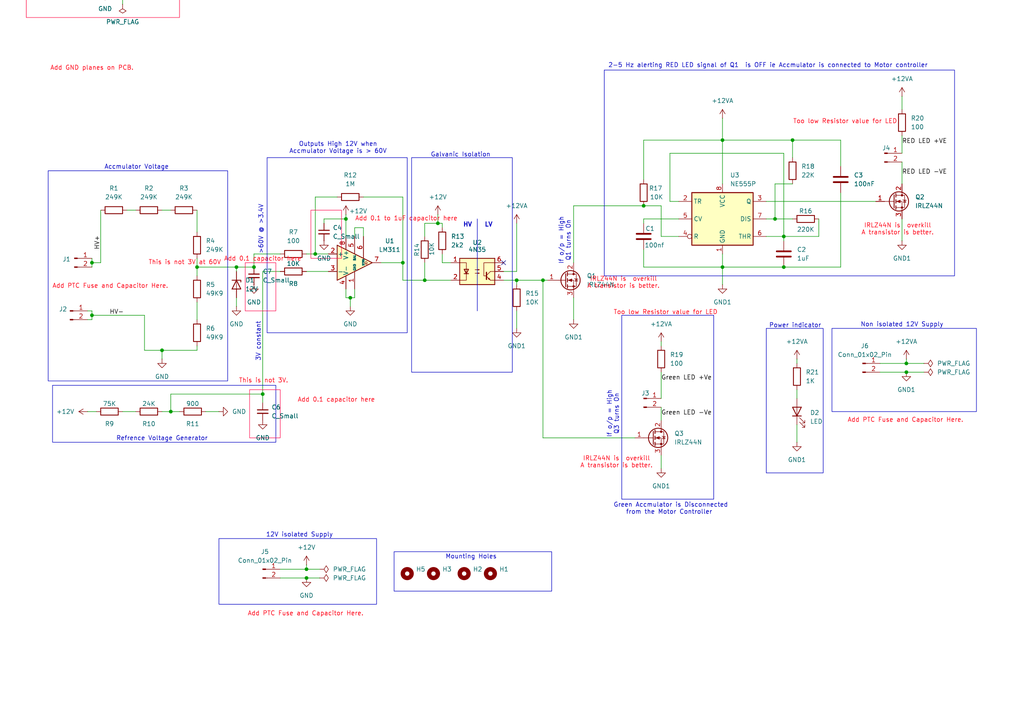
<source format=kicad_sch>
(kicad_sch (version 20231120) (generator "eeschema") (generator_version "8.0")
  (paper "A4")
  (lib_symbols
    (symbol "Comparator:LM311" (pin_names (offset 0.127))
      (property "Reference" "U" (at 3.81 6.35 0))
      (property "Value" "LM311" (at 3.81 3.81 0))
      (symbol "LM311_0_1"
        (polyline (pts (xy 5.08 0) (xy -5.08 5.08) (xy -5.08 -5.08) (xy 5.08 0)) (stroke (width 0.254)) (fill (type background)))
        (polyline (pts (xy 3.683 -0.381) (xy 3.302 -0.381) (xy 3.683 0) (xy 3.302 0.381) (xy 2.921 0) (xy 3.302 -0.381) (xy 2.921 -0.381)) (stroke (width 0.127)))
      )
      (symbol "LM311_1_1"
        (pin passive line (at 0 -7.62 90) (length 5.08) (name "GND") (number "1"))
        (pin input line (at -7.62 2.54 0) (length 2.54) (name "+") (number "2"))
        (pin input line (at -7.62 -2.54 0) (length 2.54) (name "-") (number "3"))
        (pin power_in line (at -2.54 -7.62 90) (length 3.81) (name "V-") (number "4"))
        (pin input line (at 0 7.62 270) (length 5.08) (name "BAL") (number "5"))
        (pin input line (at 2.54 7.62 270) (length 6.35) (name "STRB") (number "6"))
        (pin open_collector line (at 7.62 0 180) (length 2.54) (name "~") (number "7"))
        (pin power_in line (at -2.54 7.62 270) (length 3.81) (name "V+") (number "8"))
      )
    )
    (symbol "Connector:Conn_01x02_Pin" (pin_names (offset 1.016) hide)
      (property "Reference" "J" (at 0 2.54 0))
      (property "Value" "Conn_01x02_Pin" (at 0 -5.08 0))
      (symbol "Conn_01x02_Pin_1_1"
        (polyline (pts (xy 1.27 -2.54) (xy 0.8636 -2.54)) (stroke (width 0.1524)))
        (polyline (pts (xy 1.27 0) (xy 0.8636 0)) (stroke (width 0.1524)))
        (rectangle (start 0.8636 -2.413) (end 0 -2.667) (stroke (width 0.1524)) (fill (type outline)))
        (rectangle (start 0.8636 0.127) (end 0 -0.127) (stroke (width 0.1524)) (fill (type outline)))
        (pin passive line (at 5.08 0 180) (length 3.81) (name "Pin_1") (number "1"))
        (pin passive line (at 5.08 -2.54 180) (length 3.81) (name "Pin_2") (number "2"))
      )
    )
    (symbol "Device:C" (pin_numbers hide) (pin_names (offset 0.254))
      (property "Reference" "C" (at 0.635 2.54 0))
      (property "Value" "C" (at 0.635 -2.54 0))
      (symbol "C_0_1"
        (polyline (pts (xy -2.032 -0.762) (xy 2.032 -0.762)) (stroke (width 0.508)))
        (polyline (pts (xy -2.032 0.762) (xy 2.032 0.762)) (stroke (width 0.508)))
      )
      (symbol "C_1_1"
        (pin passive line (at 0 3.81 270) (length 2.794) (name "~") (number "1"))
        (pin passive line (at 0 -3.81 90) (length 2.794) (name "~") (number "2"))
      )
    )
    (symbol "Device:C_Small" (pin_numbers hide) (pin_names (offset 0.254) hide)
      (property "Reference" "C" (at 0.254 1.778 0))
      (property "Value" "C_Small" (at 0.254 -2.032 0))
      (symbol "C_Small_0_1"
        (polyline (pts (xy -1.524 -0.508) (xy 1.524 -0.508)) (stroke (width 0.3302)))
        (polyline (pts (xy -1.524 0.508) (xy 1.524 0.508)) (stroke (width 0.3048)))
      )
      (symbol "C_Small_1_1"
        (pin passive line (at 0 2.54 270) (length 2.032) (name "~") (number "1"))
        (pin passive line (at 0 -2.54 90) (length 2.032) (name "~") (number "2"))
      )
    )
    (symbol "Device:D_Zener" (pin_numbers hide) (pin_names (offset 1.016) hide)
      (property "Reference" "D" (at 0 2.54 0))
      (property "Value" "D_Zener" (at 0 -2.54 0))
      (symbol "D_Zener_0_1"
        (polyline (pts (xy 1.27 0) (xy -1.27 0)))
        (polyline (pts (xy -1.27 -1.27) (xy -1.27 1.27) (xy -0.762 1.27)) (stroke (width 0.254)))
        (polyline (pts (xy 1.27 -1.27) (xy 1.27 1.27) (xy -1.27 0) (xy 1.27 -1.27)) (stroke (width 0.254)))
      )
      (symbol "D_Zener_1_1"
        (pin passive line (at -3.81 0 0) (length 2.54) (name "K") (number "1"))
        (pin passive line (at 3.81 0 180) (length 2.54) (name "A") (number "2"))
      )
    )
    (symbol "Device:LED" (pin_numbers hide) (pin_names (offset 1.016) hide)
      (property "Reference" "D" (at 0 2.54 0))
      (property "Value" "LED" (at 0 -2.54 0))
      (symbol "LED_0_1"
        (polyline (pts (xy -1.27 -1.27) (xy -1.27 1.27)) (stroke (width 0.254)))
        (polyline (pts (xy -1.27 0) (xy 1.27 0)))
        (polyline (pts (xy 1.27 -1.27) (xy 1.27 1.27) (xy -1.27 0) (xy 1.27 -1.27)) (stroke (width 0.254)))
        (polyline (pts (xy -3.048 -0.762) (xy -4.572 -2.286) (xy -3.81 -2.286) (xy -4.572 -2.286) (xy -4.572 -1.524)))
        (polyline (pts (xy -1.778 -0.762) (xy -3.302 -2.286) (xy -2.54 -2.286) (xy -3.302 -2.286) (xy -3.302 -1.524)))
      )
      (symbol "LED_1_1"
        (pin passive line (at -3.81 0 0) (length 2.54) (name "K") (number "1"))
        (pin passive line (at 3.81 0 180) (length 2.54) (name "A") (number "2"))
      )
    )
    (symbol "Device:Polyfuse" (pin_numbers hide) (pin_names (offset 0))
      (property "Reference" "F" (at -2.54 0 90))
      (property "Value" "Polyfuse" (at 2.54 0 90))
      (symbol "Polyfuse_0_1"
        (rectangle (start -0.762 2.54) (end 0.762 -2.54) (stroke (width 0.254)))
        (polyline (pts (xy 0 2.54) (xy 0 -2.54)))
        (polyline (pts (xy -1.524 2.54) (xy -1.524 1.524) (xy 1.524 -1.524) (xy 1.524 -2.54)))
      )
      (symbol "Polyfuse_1_1"
        (pin passive line (at 0 3.81 270) (length 1.27) (name "~") (number "1"))
        (pin passive line (at 0 -3.81 90) (length 1.27) (name "~") (number "2"))
      )
    )
    (symbol "Device:R" (pin_numbers hide) (pin_names (offset 0))
      (property "Reference" "R" (at 2.032 0 90))
      (property "Value" "R" (at 0 0 90))
      (symbol "R_0_1"
        (rectangle (start -1.016 -2.54) (end 1.016 2.54) (stroke (width 0.254)))
      )
      (symbol "R_1_1"
        (pin passive line (at 0 3.81 270) (length 1.27) (name "~") (number "1"))
        (pin passive line (at 0 -3.81 90) (length 1.27) (name "~") (number "2"))
      )
    )
    (symbol "Isolator:4N35" (pin_names (offset 1.016))
      (property "Reference" "U" (at -5.08 5.08 0))
      (property "Value" "4N35" (at 0 5.08 0))
      (symbol "4N35_0_1"
        (rectangle (start -5.08 3.81) (end 5.08 -3.81) (stroke (width 0.254)) (fill (type background)))
        (polyline (pts (xy -3.81 -0.635) (xy -2.54 -0.635)) (stroke (width 0.254)))
        (polyline (pts (xy 2.667 -1.397) (xy 3.81 -2.54)))
        (polyline (pts (xy 2.667 -1.143) (xy 3.81 0)))
        (polyline (pts (xy 3.81 -2.54) (xy 5.08 -2.54)))
        (polyline (pts (xy 3.81 0) (xy 5.08 0)))
        (polyline (pts (xy 2.667 -0.254) (xy 2.667 -2.286) (xy 2.667 -2.286)) (stroke (width 0.3556)))
        (polyline (pts (xy -5.08 -2.54) (xy -3.175 -2.54) (xy -3.175 2.54) (xy -5.08 2.54)))
        (polyline (pts (xy -3.175 -0.635) (xy -3.81 0.635) (xy -2.54 0.635) (xy -3.175 -0.635)) (stroke (width 0.254)))
        (polyline (pts (xy 3.683 -2.413) (xy 3.429 -1.905) (xy 3.175 -2.159) (xy 3.683 -2.413)))
        (polyline (pts (xy 5.08 2.54) (xy 1.905 2.54) (xy 1.905 -1.27) (xy 2.54 -1.27)))
        (polyline (pts (xy -0.635 -0.508) (xy 0.635 -0.508) (xy 0.254 -0.635) (xy 0.254 -0.381) (xy 0.635 -0.508)))
        (polyline (pts (xy -0.635 0.508) (xy 0.635 0.508) (xy 0.254 0.381) (xy 0.254 0.635) (xy 0.635 0.508)))
      )
      (symbol "4N35_1_1"
        (pin passive line (at -7.62 2.54 0) (length 2.54) (name "~") (number "1"))
        (pin passive line (at -7.62 -2.54 0) (length 2.54) (name "~") (number "2"))
        (pin no_connect line (at -5.08 0 0) (length 2.54) hide (name "NC") (number "3"))
        (pin passive line (at 7.62 -2.54 180) (length 2.54) (name "~") (number "4"))
        (pin passive line (at 7.62 0 180) (length 2.54) (name "~") (number "5"))
        (pin passive line (at 7.62 2.54 180) (length 2.54) (name "~") (number "6"))
      )
    )
    (symbol "Mechanical:MountingHole" (pin_names (offset 1.016)) (exclude_from_sim yes) (in_bom no)
      (property "Reference" "H" (at 0 5.08 0))
      (property "Value" "MountingHole" (at 0 3.175 0))
      (symbol "MountingHole_0_1"
        (circle (center 0 0) (radius 1.27) (stroke (width 1.27)))
      )
    )
    (symbol "Timer:NE555P"
      (property "Reference" "U" (at -10.16 8.89 0))
      (property "Value" "NE555P" (at 2.54 8.89 0))
      (symbol "NE555P_0_0"
        (pin power_in line (at 0 -10.16 90) (length 2.54) (name "GND") (number "1"))
        (pin power_in line (at 0 10.16 270) (length 2.54) (name "VCC") (number "8"))
      )
      (symbol "NE555P_0_1"
        (rectangle (start -8.89 -7.62) (end 8.89 7.62) (stroke (width 0.254)) (fill (type background)))
        (rectangle (start -8.89 -7.62) (end 8.89 7.62) (stroke (width 0.254)) (fill (type background)))
      )
      (symbol "NE555P_1_1"
        (pin input line (at -12.7 5.08 0) (length 3.81) (name "TR") (number "2"))
        (pin output line (at 12.7 5.08 180) (length 3.81) (name "Q") (number "3"))
        (pin input inverted (at -12.7 -5.08 0) (length 3.81) (name "R") (number "4"))
        (pin input line (at -12.7 0 0) (length 3.81) (name "CV") (number "5"))
        (pin input line (at 12.7 -5.08 180) (length 3.81) (name "THR") (number "6"))
        (pin input line (at 12.7 0 180) (length 3.81) (name "DIS") (number "7"))
      )
    )
    (symbol "Transistor_FET:IRLZ44N" (pin_names hide)
      (property "Reference" "Q" (at 5.08 1.905 0))
      (property "Value" "IRLZ44N" (at 5.08 0 0))
      (symbol "IRLZ44N_0_1"
        (polyline (pts (xy 0.254 0) (xy -2.54 0)))
        (polyline (pts (xy 0.254 1.905) (xy 0.254 -1.905)) (stroke (width 0.254)))
        (polyline (pts (xy 0.762 -1.27) (xy 0.762 -2.286)) (stroke (width 0.254)))
        (polyline (pts (xy 0.762 0.508) (xy 0.762 -0.508)) (stroke (width 0.254)))
        (polyline (pts (xy 0.762 2.286) (xy 0.762 1.27)) (stroke (width 0.254)))
        (polyline (pts (xy 2.54 2.54) (xy 2.54 1.778)))
        (polyline (pts (xy 2.54 -2.54) (xy 2.54 0) (xy 0.762 0)))
        (polyline (pts (xy 0.762 -1.778) (xy 3.302 -1.778) (xy 3.302 1.778) (xy 0.762 1.778)))
        (polyline (pts (xy 1.016 0) (xy 2.032 0.381) (xy 2.032 -0.381) (xy 1.016 0)) (fill (type outline)))
        (polyline (pts (xy 2.794 0.508) (xy 2.921 0.381) (xy 3.683 0.381) (xy 3.81 0.254)))
        (polyline (pts (xy 3.302 0.381) (xy 2.921 -0.254) (xy 3.683 -0.254) (xy 3.302 0.381)))
        (circle (center 1.651 0) (radius 2.794) (stroke (width 0.254)))
        (circle (center 2.54 -1.778) (radius 0.254) (fill (type outline)))
        (circle (center 2.54 1.778) (radius 0.254) (fill (type outline)))
      )
      (symbol "IRLZ44N_1_1"
        (pin input line (at -5.08 0 0) (length 2.54) (name "G") (number "1"))
        (pin passive line (at 2.54 5.08 270) (length 2.54) (name "D") (number "2"))
        (pin passive line (at 2.54 -5.08 90) (length 2.54) (name "S") (number "3"))
      )
    )
    (symbol "power:+12V" (power) (pin_numbers hide) (pin_names (offset 0) hide)
      (property "Value" "+12V" (at 0 3.556 0))
      (symbol "+12V_0_1"
        (polyline (pts (xy -0.762 1.27) (xy 0 2.54)))
        (polyline (pts (xy 0 0) (xy 0 2.54)))
        (polyline (pts (xy 0 2.54) (xy 0.762 1.27)))
      )
      (symbol "+12V_1_1"
        (pin power_in line (at 0 0 90) (length 0) (name "~") (number "1"))
      )
    )
    (symbol "power:+12VA" (power) (pin_numbers hide) (pin_names (offset 0) hide)
      (property "Value" "+12VA" (at 0 3.556 0))
      (symbol "+12VA_0_1"
        (polyline (pts (xy -0.762 1.27) (xy 0 2.54)))
        (polyline (pts (xy 0 0) (xy 0 2.54)))
        (polyline (pts (xy 0 2.54) (xy 0.762 1.27)))
      )
      (symbol "+12VA_1_1"
        (pin power_in line (at 0 0 90) (length 0) (name "~") (number "1"))
      )
    )
    (symbol "power:GND" (power) (pin_numbers hide) (pin_names (offset 0) hide)
      (property "Value" "GND" (at 0 -3.81 0))
      (symbol "GND_0_1"
        (polyline (pts (xy 0 0) (xy 0 -1.27) (xy 1.27 -1.27) (xy 0 -2.54) (xy -1.27 -1.27) (xy 0 -1.27)))
      )
      (symbol "GND_1_1"
        (pin power_in line (at 0 0 270) (length 0) (name "~") (number "1"))
      )
    )
    (symbol "power:GND1" (power) (pin_numbers hide) (pin_names (offset 0) hide)
      (property "Value" "GND1" (at 0 -3.81 0))
      (symbol "GND1_0_1"
        (polyline (pts (xy 0 0) (xy 0 -1.27) (xy 1.27 -1.27) (xy 0 -2.54) (xy -1.27 -1.27) (xy 0 -1.27)))
      )
      (symbol "GND1_1_1"
        (pin power_in line (at 0 0 270) (length 0) (name "~") (number "1"))
      )
    )
    (symbol "power:PWR_FLAG" (power) (pin_numbers hide) (pin_names (offset 0) hide)
      (property "Value" "PWR_FLAG" (at 0 3.81 0))
      (symbol "PWR_FLAG_0_0"
        (pin power_out line (at 0 0 90) (length 0) (name "~") (number "1"))
      )
      (symbol "PWR_FLAG_0_1"
        (polyline (pts (xy 0 0) (xy 0 1.27) (xy -1.016 1.905) (xy 0 2.54) (xy 1.016 1.905) (xy 0 1.27)))
      )
    )
  )
  (junction (at 76.2 114.3))
  (junction (at 57.15 77.47))
  (junction (at 26.67 91.44))
  (junction (at 229.87 40.64))
  (junction (at 35.56 -6.35))
  (junction (at 209.55 40.64))
  (junction (at 157.48 81.28))
  (junction (at 262.89 105.41))
  (junction (at 149.86 81.28))
  (junction (at 101.6 86.36))
  (junction (at 88.9 165.1))
  (junction (at 68.58 77.47))
  (junction (at 73.66 77.47))
  (junction (at 116.84 76.2))
  (junction (at 100.33 63.5))
  (junction (at 46.99 101.6))
  (junction (at 262.89 107.95))
  (junction (at 209.55 77.47))
  (junction (at 26.67 76.2))
  (junction (at 127 64.77))
  (junction (at 186.69 59.69))
  (junction (at 88.9 167.64))
  (junction (at 49.53 119.38))
  (junction (at 227.33 68.58))
  (junction (at 91.44 73.66))
  (junction (at 123.19 81.28))
  (junction (at 35.56 -1.27))
  (junction (at 30.48 -2.54))
  (junction (at 227.33 77.47))
  (junction (at 224.79 63.5))
  (no_connect (at 146.05 76.2))
  (wire (pts (xy 116.84 81.28) (xy 116.84 76.2)))
  (wire (pts (xy 243.84 40.64) (xy 229.87 40.64)))
  (wire (pts (xy 186.69 40.64) (xy 209.55 40.64)))
  (wire (pts (xy 123.19 64.77) (xy 127 64.77)))
  (wire (pts (xy 194.31 44.45) (xy 227.33 44.45)))
  (wire (pts (xy 231.14 123.19) (xy 231.14 128.27)))
  (wire (pts (xy 157.48 81.28) (xy 158.75 81.28)))
  (wire (pts (xy 149.86 81.28) (xy 157.48 81.28)))
  (wire (pts (xy 184.15 127) (xy 157.48 127)))
  (wire (pts (xy 130.81 81.28) (xy 123.19 81.28)))
  (wire (pts (xy 149.86 81.28) (xy 149.86 82.55)))
  (wire (pts (xy 261.62 63.5) (xy 261.62 69.85)))
  (wire (pts (xy 57.15 60.96) (xy 57.15 67.31)))
  (wire (pts (xy 81.28 78.74) (xy 76.2 78.74)))
  (wire (pts (xy 229.87 40.64) (xy 229.87 45.72)))
  (wire (pts (xy 102.87 83.82) (xy 102.87 86.36)))
  (wire (pts (xy 73.66 73.66) (xy 81.28 73.66)))
  (wire (pts (xy 97.79 57.15) (xy 91.44 57.15)))
  (wire (pts (xy 26.67 90.17) (xy 26.67 91.44)))
  (wire (pts (xy 105.41 57.15) (xy 116.84 57.15)))
  (wire (pts (xy 186.69 77.47) (xy 209.55 77.47)))
  (wire (pts (xy 26.67 76.2) (xy 26.67 77.47)))
  (wire (pts (xy 26.67 91.44) (xy 26.67 92.71)))
  (wire (pts (xy 255.27 107.95) (xy 262.89 107.95)))
  (wire (pts (xy 186.69 72.39) (xy 186.69 77.47)))
  (wire (pts (xy 88.9 165.1) (xy 92.71 165.1)))
  (wire (pts (xy 88.9 73.66) (xy 91.44 73.66)))
  (wire (pts (xy 93.98 64.77) (xy 93.98 63.5)))
  (wire (pts (xy 35.56 -6.35) (xy 39.37 -6.35)))
  (wire (pts (xy 76.2 114.3) (xy 49.53 114.3)))
  (wire (pts (xy 237.49 63.5) (xy 237.49 68.58)))
  (wire (pts (xy 196.85 63.5) (xy 186.69 63.5)))
  (wire (pts (xy 88.9 165.1) (xy 81.28 165.1)))
  (wire (pts (xy 262.89 105.41) (xy 267.97 105.41)))
  (wire (pts (xy 25.4 119.38) (xy 27.94 119.38)))
  (wire (pts (xy 101.6 86.36) (xy 101.6 88.9)))
  (wire (pts (xy 91.44 57.15) (xy 91.44 73.66)))
  (wire (pts (xy 116.84 57.15) (xy 116.84 76.2)))
  (wire (pts (xy 128.27 64.77) (xy 128.27 66.04)))
  (wire (pts (xy 35.56 -1.27) (xy 39.37 -1.27)))
  (wire (pts (xy 26.67 91.44) (xy 41.91 91.44)))
  (wire (pts (xy 57.15 77.47) (xy 68.58 77.47)))
  (wire (pts (xy 149.86 64.77) (xy 149.86 78.74)))
  (wire (pts (xy 76.2 78.74) (xy 76.2 114.3)))
  (wire (pts (xy 209.55 34.29) (xy 209.55 40.64)))
  (wire (pts (xy 130.81 76.2) (xy 128.27 76.2)))
  (wire (pts (xy 35.56 -5.08) (xy 29.21 -5.08)))
  (wire (pts (xy 186.69 52.07) (xy 186.69 40.64)))
  (wire (pts (xy 146.05 81.28) (xy 149.86 81.28)))
  (wire (pts (xy 25.4 90.17) (xy 26.67 90.17)))
  (wire (pts (xy 100.33 83.82) (xy 100.33 86.36)))
  (wire (pts (xy 35.56 -6.35) (xy 35.56 -5.08)))
  (wire (pts (xy 196.85 68.58) (xy 191.77 68.58)))
  (wire (pts (xy 261.62 39.37) (xy 261.62 44.45)))
  (wire (pts (xy 68.58 86.36) (xy 68.58 88.9)))
  (wire (pts (xy 229.87 40.64) (xy 209.55 40.64)))
  (wire (pts (xy 91.44 73.66) (xy 95.25 73.66)))
  (wire (pts (xy 194.31 58.42) (xy 194.31 44.45)))
  (wire (pts (xy 123.19 68.58) (xy 123.19 64.77)))
  (wire (pts (xy 166.37 76.2) (xy 166.37 59.69)))
  (wire (pts (xy 166.37 59.69) (xy 186.69 59.69)))
  (wire (pts (xy 57.15 100.33) (xy 57.15 101.6)))
  (wire (pts (xy 209.55 77.47) (xy 209.55 82.55)))
  (wire (pts (xy 231.14 104.14) (xy 231.14 105.41)))
  (wire (pts (xy 209.55 77.47) (xy 209.55 73.66)))
  (wire (pts (xy 73.66 77.47) (xy 73.66 73.66)))
  (wire (pts (xy 261.62 46.99) (xy 261.62 53.34)))
  (wire (pts (xy 191.77 132.08) (xy 191.77 135.89)))
  (wire (pts (xy 46.99 101.6) (xy 57.15 101.6)))
  (wire (pts (xy 227.33 68.58) (xy 237.49 68.58)))
  (wire (pts (xy 16.51 -2.54) (xy 30.48 -2.54)))
  (wire (pts (xy 88.9 78.74) (xy 95.25 78.74)))
  (wire (pts (xy 68.58 77.47) (xy 68.58 78.74)))
  (wire (pts (xy 209.55 40.64) (xy 209.55 53.34)))
  (wire (pts (xy 41.91 101.6) (xy 46.99 101.6)))
  (wire (pts (xy 59.69 119.38) (xy 63.5 119.38)))
  (wire (pts (xy 41.91 91.44) (xy 41.91 101.6)))
  (wire (pts (xy 191.77 59.69) (xy 186.69 59.69)))
  (wire (pts (xy 29.21 60.96) (xy 29.21 76.2)))
  (wire (pts (xy 26.67 74.93) (xy 26.67 76.2)))
  (wire (pts (xy 102.87 66.04) (xy 105.41 66.04)))
  (wire (pts (xy 227.33 68.58) (xy 227.33 69.85)))
  (wire (pts (xy 191.77 118.11) (xy 191.77 121.92)))
  (wire (pts (xy 231.14 113.03) (xy 231.14 115.57)))
  (wire (pts (xy 105.41 66.04) (xy 105.41 68.58)))
  (wire (pts (xy 127 62.23) (xy 127 64.77)))
  (wire (pts (xy 146.05 78.74) (xy 149.86 78.74)))
  (wire (pts (xy 81.28 167.64) (xy 88.9 167.64)))
  (wire (pts (xy 100.33 63.5) (xy 100.33 68.58)))
  (wire (pts (xy 35.56 1.27) (xy 35.56 -1.27)))
  (wire (pts (xy 224.79 53.34) (xy 224.79 63.5)))
  (wire (pts (xy 100.33 86.36) (xy 101.6 86.36)))
  (wire (pts (xy 35.56 119.38) (xy 39.37 119.38)))
  (wire (pts (xy 229.87 53.34) (xy 224.79 53.34)))
  (wire (pts (xy 46.99 60.96) (xy 49.53 60.96)))
  (wire (pts (xy 25.4 92.71) (xy 26.67 92.71)))
  (wire (pts (xy 46.99 101.6) (xy 46.99 104.14)))
  (wire (pts (xy 149.86 90.17) (xy 149.86 95.25)))
  (wire (pts (xy 222.25 68.58) (xy 227.33 68.58)))
  (wire (pts (xy 116.84 81.28) (xy 123.19 81.28)))
  (wire (pts (xy 36.83 60.96) (xy 39.37 60.96)))
  (wire (pts (xy 35.56 -1.27) (xy 35.56 -2.54)))
  (wire (pts (xy 157.48 81.28) (xy 157.48 127)))
  (wire (pts (xy 186.69 63.5) (xy 186.69 64.77)))
  (wire (pts (xy 49.53 114.3) (xy 49.53 119.38)))
  (wire (pts (xy 49.53 119.38) (xy 52.07 119.38)))
  (wire (pts (xy 35.56 -12.7) (xy 35.56 -6.35)))
  (wire (pts (xy 191.77 107.95) (xy 191.77 115.57)))
  (wire (pts (xy 88.9 163.83) (xy 88.9 165.1)))
  (wire (pts (xy 76.2 114.3) (xy 76.2 116.84)))
  (wire (pts (xy 262.89 104.14) (xy 262.89 105.41)))
  (wire (pts (xy 191.77 68.58) (xy 191.77 59.69)))
  (wire (pts (xy 128.27 76.2) (xy 128.27 73.66)))
  (wire (pts (xy 57.15 87.63) (xy 57.15 92.71)))
  (wire (pts (xy 93.98 63.5) (xy 100.33 63.5)))
  (wire (pts (xy 191.77 99.06) (xy 191.77 100.33)))
  (wire (pts (xy 222.25 58.42) (xy 254 58.42)))
  (wire (pts (xy 123.19 76.2) (xy 123.19 81.28)))
  (wire (pts (xy 222.25 63.5) (xy 224.79 63.5)))
  (wire (pts (xy 21.59 -5.08) (xy 16.51 -5.08)))
  (wire (pts (xy 100.33 62.23) (xy 100.33 63.5)))
  (wire (pts (xy 110.49 76.2) (xy 116.84 76.2)))
  (wire (pts (xy 243.84 48.26) (xy 243.84 40.64)))
  (wire (pts (xy 261.62 27.94) (xy 261.62 31.75)))
  (wire (pts (xy 128.27 64.77) (xy 127 64.77)))
  (wire (pts (xy 46.99 119.38) (xy 49.53 119.38)))
  (wire (pts (xy 262.89 107.95) (xy 267.97 107.95)))
  (wire (pts (xy 243.84 55.88) (xy 243.84 77.47)))
  (wire (pts (xy 209.55 77.47) (xy 227.33 77.47)))
  (wire (pts (xy 224.79 63.5) (xy 229.87 63.5)))
  (wire (pts (xy 88.9 167.64) (xy 92.71 167.64)))
  (wire (pts (xy 196.85 58.42) (xy 194.31 58.42)))
  (wire (pts (xy 35.56 -2.54) (xy 30.48 -2.54)))
  (wire (pts (xy 262.89 105.41) (xy 255.27 105.41)))
  (wire (pts (xy 243.84 77.47) (xy 227.33 77.47)))
  (wire (pts (xy 57.15 77.47) (xy 57.15 80.01)))
  (wire (pts (xy 26.67 76.2) (xy 29.21 76.2)))
  (wire (pts (xy 166.37 86.36) (xy 166.37 92.71)))
  (wire (pts (xy 227.33 44.45) (xy 227.33 68.58)))
  (wire (pts (xy 57.15 74.93) (xy 57.15 77.47)))
  (wire (pts (xy 68.58 77.47) (xy 73.66 77.47)))
  (wire (pts (xy 102.87 68.58) (xy 102.87 66.04)))
  (wire (pts (xy 101.6 86.36) (xy 102.87 86.36)))
  (polyline (pts (xy 138.43 63.5) (xy 138.43 90.17)))
  (rectangle (start 114.3 160.02) (end 160.02 171.45))
  (rectangle (start 241.3 95.25) (end 283.21 119.38))
  (rectangle (start 77.47 45.72) (end 118.11 96.52))
  (rectangle (start 180.34 91.44) (end 207.01 144.78))
  (rectangle (start 222.25 95.25) (end 238.76 137.16))
  (rectangle (start 90.17 60.96) (end 99.06 74.93) (stroke (width 0) (color 255 24 88 1)))
  (rectangle (start 175.26 20.32) (end 276.86 80.01))
  (rectangle (start 72.39 113.03) (end 81.28 127) (stroke (width 0) (color 255 24 88 1)))
  (rectangle (start 7.62 -17.78) (end 52.07 5.08) (stroke (width 0) (color 255 15 71 1)))
  (rectangle (start 15.24 111.76) (end 80.01 128.27))
  (rectangle (start 71.12 76.2) (end 80.01 90.17) (stroke (width 0) (color 255 24 88 1)))
  (rectangle (start 13.97 49.53) (end 66.04 110.49))
  (rectangle (start 119.38 45.72) (end 148.59 107.95))
  (rectangle (start 63.5 156.21) (end 109.22 175.26))
  (text "2-5 Hz alerting RED LED signal of Q1  is OFF ie Accmulator is connected to Motor controller" (at 222.758 19.05 0) (effects (font (size 1.27 1.27))))
  (text "IRLZ44N is  overkill" (at 260.35 65.532 0) (effects (font (size 1.27 1.27))))
  (text "Add PTC Fuse and Capacitor Here." (at 32.004 83.058 0) (effects (font (size 1.27 1.27))))
  (text ">60V @ >3.4V" (at 75.692 66.548 90) (effects (font (size 1.27 1.27))))
  (text "IRLZ44N is  overkill" (at 178.816 133.096 0) (effects (font (size 1.27 1.27))))
  (text "If o/p = High \nQ3 turns On " (at 177.8 119.634 90) (effects (font (size 1.27 1.27))))
  (text "LV" (at 141.732 65.278 0) (effects (font (size 1.27 1.27) (thickness 0.254) (bold yes))))
  (text "HV" (at 135.636 65.278 0) (effects (font (size 1.27 1.27) (thickness 0.254) (bold yes))))
  (text "A transistor is better." (at 180.848 83.058 0) (effects (font (size 1.27 1.27))))
  (text "Accmulator Voltage" (at 39.624 48.514 0) (effects (font (size 1.27 1.27))))
  (text "100mA, 25V" (at 22.606 -1.016 0) (effects (font (size 1.27 1.27))))
  (text "A transistor is better." (at 178.816 135.128 0) (effects (font (size 1.27 1.27))))
  (text "Add PTC Fuse and Capacitor Here." (at 262.636 121.92 0) (effects (font (size 1.27 1.27))))
  (text "If o/p = High \nQ1 turns On " (at 163.83 69.342 90) (effects (font (size 1.27 1.27))))
  (text "Outputs High 12V when\nAccmulator Voltage is > 60V" (at 98.044 42.926 0) (effects (font (size 1.27 1.27))))
  (text "This is not 3V at 60V" (at 53.594 76.2 0) (effects (font (size 1.27 1.27))))
  (text "Galvanic Isolation" (at 133.604 44.958 0) (effects (font (size 1.27 1.27))))
  (text "This is not 3V." (at 76.454 110.49 0) (effects (font (size 1.27 1.27))))
  (text "3V constant" (at 74.93 99.06 90) (effects (font (size 1.27 1.27))))
  (text "Too low Resistor value for LED" (at 245.11 35.306 0) (effects (font (size 1.27 1.27))))
  (text "Mounting Holes" (at 136.652 161.544 0) (effects (font (size 1.27 1.27))))
  (text "PTC Fuse and Capacitor Examples" (at 28.194 -19.558 0) (effects (font (size 1.27 1.27))))
  (text "Non isolated 12V Supply" (at 261.62 94.234 0) (effects (font (size 1.27 1.27))))
  (text "A transistor is better." (at 260.35 67.564 0) (effects (font (size 1.27 1.27))))
  (text "Refrence Voltage Generator" (at 46.99 127.254 0) (effects (font (size 1.27 1.27))))
  (text "Add 0.1 to 1uF capacitor here" (at 117.856 63.5 0) (effects (font (size 1.27 1.27))))
  (text "Add 0.1 capacitor here" (at 97.536 116.078 0) (effects (font (size 1.27 1.27))))
  (text "Too low Resistor value for LED" (at 193.04 90.678 0) (effects (font (size 1.27 1.27))))
  (text "10uF, 25v" (at 43.434 -7.874 0) (effects (font (size 1.27 1.27))))
  (text "Add GND planes on PCB." (at 26.67 19.812 0) (effects (font (size 1.27 1.27))))
  (text "IRLZ44N is  overkill" (at 180.848 81.026 0) (effects (font (size 1.27 1.27))))
  (text "Add 0.1 capacitor here" (at 76.2 75.184 0) (effects (font (size 1.27 1.27))))
  (text "Power indicator" (at 230.632 94.488 0) (effects (font (size 1.27 1.27))))
  (text "12V isolated Supply" (at 86.868 155.194 0) (effects (font (size 1.27 1.27))))
  (text "Green Accmulator is Disconnected\nfrom the Motor Controller " (at 194.564 147.574 0) (effects (font (size 1.27 1.27))))
  (text "Add PTC Fuse and Capacitor Here." (at 88.646 178.054 0) (effects (font (size 1.27 1.27))))
  (label "HV+" (at 29.21 72.39 90))
  (label "RED LED +VE" (at 261.62 41.91 0))
  (label "Green LED +Ve" (at 191.77 110.49 0))
  (label "HV-" (at 31.75 91.44 0))
  (label "Green LED -Ve" (at 191.77 120.65 0))
  (label "RED LED -VE" (at 261.62 50.8 0))
  (symbol (lib_id "power:GND") (at 101.6 88.9 0) (unit 1)
    (property "Reference" "#PWR05" (effects (hide yes)))
    (property "Value" "GND" (at 101.6 93.98 0))
    (property "Description" "Power symbol creates a global label with name \"GND\" , ground" (effects (hide yes)))
  )
  (symbol (lib_id "Connector:Conn_01x02_Pin") (at 76.2 165.1 0) (unit 1)
    (property "Reference" "J5" (at 76.835 160.02 0))
    (property "Value" "Conn_01x02_Pin" (at 76.835 162.56 0))
    (property "Footprint" "TerminalBlock_Phoenix:TerminalBlock_Phoenix_MKDS-1,5-2-5.08_1x02_P5.08mm_Horizontal" (effects (hide yes)))
    (property "Description" "Generic connector, single row, 01x02, script generated" (effects (hide yes)))
  )
  (symbol (lib_id "power:PWR_FLAG") (at 267.97 105.41 270) (unit 1)
    (property "Reference" "#FLG03" (effects (hide yes)))
    (property "Value" "PWR_FLAG" (at 271.78 105.4099 90) (effects (justify left)))
    (property "Description" "Special symbol for telling ERC where power comes from" (effects (hide yes)))
  )
  (symbol (lib_id "power:+12V") (at 88.9 163.83 0) (unit 1)
    (property "Reference" "#PWR017" (effects (hide yes)))
    (property "Value" "+12V" (at 88.9 158.75 0))
    (property "Description" "Power symbol creates a global label with name \"+12V\"" (effects (hide yes)))
  )
  (symbol (lib_id "power:GND") (at 73.66 82.55 0) (unit 1)
    (property "Reference" "#PWR026" (effects (hide yes)))
    (property "Value" "GND" (at 73.66 87.63 0))
    (property "Description" "Power symbol creates a global label with name \"GND\" , ground" (effects (hide yes)))
  )
  (symbol (lib_id "Device:R") (at 231.14 109.22 0) (unit 1)
    (property "Reference" "R21" (at 233.68 107.9499 0) (effects (justify left)))
    (property "Value" "1K" (at 233.68 110.4899 0) (effects (justify left)))
    (property "Footprint" "Resistor_THT:R_Axial_DIN0207_L6.3mm_D2.5mm_P7.62mm_Horizontal" (effects (hide yes)))
    (property "Description" "Resistor" (effects (hide yes)))
  )
  (symbol (lib_id "Device:C_Small") (at 39.37 -3.81 0) (unit 1)
    (property "Reference" "C5" (at 41.91 -5.0738 0) (effects (justify left)))
    (property "Value" "C_Small" (at 41.91 -2.5338 0) (effects (justify left)))
    (property "Description" "Unpolarized capacitor, small symbol" (effects (hide yes)))
  )
  (symbol (lib_id "power:+12V") (at 25.4 119.38 90) (unit 1)
    (property "Reference" "#PWR02" (effects (hide yes)))
    (property "Value" "+12V" (at 21.59 119.3799 90) (effects (justify left)))
    (property "Description" "Power symbol creates a global label with name \"+12V\"" (effects (hide yes)))
  )
  (symbol (lib_id "power:GND") (at 76.2 121.92 0) (unit 1)
    (property "Reference" "#PWR024" (effects (hide yes)))
    (property "Value" "GND" (at 76.2 127 0))
    (property "Description" "Power symbol creates a global label with name \"GND\" , ground" (effects (hide yes)))
  )
  (symbol (lib_id "Device:C") (at 227.33 73.66 0) (unit 1)
    (property "Reference" "C2" (at 231.14 72.3899 0) (effects (justify left)))
    (property "Value" "1uF" (at 231.14 74.9299 0) (effects (justify left)))
    (property "Footprint" "Capacitor_THT:CP_Radial_D10.0mm_P5.00mm" (effects (hide yes)))
    (property "Description" "Unpolarized capacitor" (effects (hide yes)))
  )
  (symbol (lib_id "Comparator:LM311") (at 102.87 76.2 0) (unit 1)
    (property "Reference" "U1" (at 113.03 69.8814 0))
    (property "Value" "LM311" (at 113.03 72.4214 0))
    (property "Footprint" "Package_DIP:CERDIP-8_W7.62mm_SideBrazed" (effects (hide yes)))
    (property "Datasheet" "https://www.st.com/resource/en/datasheet/lm311.pdf" (effects (hide yes)))
    (property "Description" "Voltage Comparator, DIP-8/SOIC-8" (effects (hide yes)))
  )
  (symbol (lib_id "power:PWR_FLAG") (at 92.71 165.1 270) (unit 1)
    (property "Reference" "#FLG01" (effects (hide yes)))
    (property "Value" "PWR_FLAG" (at 96.52 165.0999 90) (effects (justify left)))
    (property "Description" "Special symbol for telling ERC where power comes from" (effects (hide yes)))
  )
  (symbol (lib_id "Transistor_FET:IRLZ44N") (at 163.83 81.28 0) (unit 1)
    (property "Reference" "Q1" (at 170.18 80.0099 0) (effects (justify left)))
    (property "Value" "IRLZ44N" (at 170.18 82.5499 0) (effects (justify left)))
    (property "Footprint" "Package_TO_SOT_THT:TO-220-3_Vertical" (effects (hide yes)))
    (property "Datasheet" "http://www.irf.com/product-info/datasheets/data/irlz44n.pdf" (effects (hide yes)))
    (property "Description" "47A Id, 55V Vds, 22mOhm Rds Single N-Channel HEXFET Power MOSFET, TO-220AB" (effects (hide yes)))
  )
  (symbol (lib_id "power:+12VA") (at 261.62 27.94 0) (unit 1)
    (property "Reference" "#PWR016" (effects (hide yes)))
    (property "Value" "+12VA" (at 261.62 22.86 0))
    (property "Description" "Power symbol creates a global label with name \"+12VA\"" (effects (hide yes)))
  )
  (symbol (lib_id "Connector:Conn_01x02_Pin") (at 21.59 74.93 0) (unit 1)
    (property "Reference" "J1" (at 19.304 75.184 0))
    (property "Value" "HV +" (effects (hide yes)))
    (property "Footprint" "TerminalBlock_Phoenix:TerminalBlock_Phoenix_MKDS-1,5-2-5.08_1x02_P5.08mm_Horizontal" (effects (hide yes)))
    (property "Description" "Generic connector, single row, 01x02, script generated" (effects (hide yes)))
  )
  (symbol (lib_id "power:GND1") (at 262.89 107.95 0) (unit 1)
    (property "Reference" "#PWR019" (effects (hide yes)))
    (property "Value" "GND1" (at 262.89 113.03 0))
    (property "Description" "Power symbol creates a global label with name \"GND1\" , ground" (effects (hide yes)))
  )
  (symbol (lib_id "power:GND1") (at 166.37 92.71 0) (unit 1)
    (property "Reference" "#PWR010" (effects (hide yes)))
    (property "Value" "GND1" (at 166.37 97.79 0))
    (property "Description" "Power symbol creates a global label with name \"GND1\" , ground" (effects (hide yes)))
  )
  (symbol (lib_id "Transistor_FET:IRLZ44N") (at 189.23 127 0) (unit 1)
    (property "Reference" "Q3" (at 195.58 125.7299 0) (effects (justify left)))
    (property "Value" "IRLZ44N" (at 195.58 128.2699 0) (effects (justify left)))
    (property "Footprint" "Package_TO_SOT_THT:TO-220-3_Vertical" (effects (hide yes)))
    (property "Datasheet" "http://www.irf.com/product-info/datasheets/data/irlz44n.pdf" (effects (hide yes)))
    (property "Description" "47A Id, 55V Vds, 22mOhm Rds Single N-Channel HEXFET Power MOSFET, TO-220AB" (effects (hide yes)))
  )
  (symbol (lib_id "power:GND") (at 46.99 104.14 0) (unit 1)
    (property "Reference" "#PWR01" (effects (hide yes)))
    (property "Value" "GND" (at 46.99 109.22 0))
    (property "Description" "Power symbol creates a global label with name \"GND\" , ground" (effects (hide yes)))
  )
  (symbol (lib_id "power:GND1") (at 231.14 128.27 0) (unit 1)
    (property "Reference" "#PWR022" (effects (hide yes)))
    (property "Value" "GND1" (at 231.14 133.35 0))
    (property "Description" "Power symbol creates a global label with name \"GND1\" , ground" (effects (hide yes)))
  )
  (symbol (lib_id "Device:C") (at 243.84 52.07 0) (unit 1)
    (property "Reference" "C3" (at 247.65 50.7999 0) (effects (justify left)))
    (property "Value" "100nF" (at 247.65 53.3399 0) (effects (justify left)))
    (property "Footprint" "Capacitor_THT:CP_Radial_D10.0mm_P5.00mm" (effects (hide yes)))
    (property "Description" "Unpolarized capacitor" (effects (hide yes)))
  )
  (symbol (lib_id "power:+12VA") (at 231.14 104.14 0) (unit 1)
    (property "Reference" "#PWR021" (effects (hide yes)))
    (property "Value" "+12VA" (at 231.14 99.06 0))
    (property "Description" "Power symbol creates a global label with name \"+12VA\"" (effects (hide yes)))
  )
  (symbol (lib_id "Device:C_Small") (at 73.66 80.01 0) (unit 1)
    (property "Reference" "C7" (at 76.2 78.7462 0) (effects (justify left)))
    (property "Value" "C_Small" (at 76.2 81.2862 0) (effects (justify left)))
    (property "Description" "Unpolarized capacitor, small symbol" (effects (hide yes)))
  )
  (symbol (lib_id "Mechanical:MountingHole") (at 118.11 166.37 0) (unit 1) (exclude_from_sim yes) (in_bom no)
    (property "Reference" "H5" (at 120.65 165.0999 0) (effects (justify left)))
    (property "Value" "MountingHole" (effects (hide yes)))
    (property "Footprint" "MountingHole:MountingHole_4.3mm_M4" (effects (hide yes)))
    (property "Description" "Mounting Hole without connection" (effects (hide yes)))
  )
  (symbol (lib_id "power:PWR_FLAG") (at 35.56 -12.7 0) (unit 1)
    (property "Reference" "#FLG05" (effects (hide yes)))
    (property "Value" "PWR_FLAG" (at 35.56 -16.51 0))
    (property "Description" "Special symbol for telling ERC where power comes from" (effects (hide yes)))
  )
  (symbol (lib_id "Device:R") (at 85.09 73.66 90) (unit 1)
    (property "Reference" "R7" (at 85.09 67.31 90))
    (property "Value" "100" (at 85.09 69.85 90))
    (property "Footprint" "Resistor_THT:R_Axial_DIN0207_L6.3mm_D2.5mm_P7.62mm_Horizontal" (effects (hide yes)))
    (property "Description" "Resistor" (effects (hide yes)))
  )
  (symbol (lib_id "Device:R") (at 123.19 72.39 180) (unit 1)
    (property "Reference" "R14" (at 120.904 74.422 90) (effects (justify right)))
    (property "Value" "10K" (at 125.222 74.168 90) (effects (justify right)))
    (property "Footprint" "Resistor_THT:R_Axial_DIN0207_L6.3mm_D2.5mm_P7.62mm_Horizontal" (effects (hide yes)))
    (property "Description" "Resistor" (effects (hide yes)))
  )
  (symbol (lib_id "Device:R") (at 43.18 119.38 90) (unit 1)
    (property "Reference" "R10" (at 43.18 122.936 90))
    (property "Value" "24K" (at 43.18 117.094 90))
    (property "Footprint" "Resistor_THT:R_Axial_DIN0207_L6.3mm_D2.5mm_P7.62mm_Horizontal" (effects (hide yes)))
    (property "Description" "Resistor" (effects (hide yes)))
  )
  (symbol (lib_id "Device:C_Small") (at 93.98 67.31 0) (unit 1)
    (property "Reference" "C4" (at 96.52 66.0462 0) (effects (justify left)))
    (property "Value" "C_Small" (at 96.52 68.5862 0) (effects (justify left)))
    (property "Description" "Unpolarized capacitor, small symbol" (effects (hide yes)))
  )
  (symbol (lib_id "Device:R") (at 57.15 83.82 180) (unit 1)
    (property "Reference" "R5" (at 59.69 82.5499 0) (effects (justify right)))
    (property "Value" "49K9" (at 59.69 85.0899 0) (effects (justify right)))
    (property "Footprint" "Resistor_THT:R_Axial_DIN0207_L6.3mm_D2.5mm_P7.62mm_Horizontal" (effects (hide yes)))
    (property "Description" "Resistor" (effects (hide yes)))
  )
  (symbol (lib_id "Device:R") (at 101.6 57.15 90) (unit 1)
    (property "Reference" "R12" (at 101.6 50.8 90))
    (property "Value" "1M" (at 101.6 53.34 90))
    (property "Footprint" "Resistor_THT:R_Axial_DIN0207_L6.3mm_D2.5mm_P7.62mm_Horizontal" (effects (hide yes)))
    (property "Description" "Resistor" (effects (hide yes)))
  )
  (symbol (lib_id "power:GND") (at 30.48 -2.54 0) (unit 1)
    (property "Reference" "#PWR025" (effects (hide yes)))
    (property "Value" "GND" (at 30.48 2.54 0))
    (property "Description" "Power symbol creates a global label with name \"GND\" , ground" (effects (hide yes)))
  )
  (symbol (lib_id "Device:R") (at 57.15 96.52 180) (unit 1)
    (property "Reference" "R6" (at 59.69 95.2499 0) (effects (justify right)))
    (property "Value" "49K9" (at 59.69 97.7899 0) (effects (justify right)))
    (property "Footprint" "Resistor_THT:R_Axial_DIN0207_L6.3mm_D2.5mm_P7.62mm_Horizontal" (effects (hide yes)))
    (property "Description" "Resistor" (effects (hide yes)))
  )
  (symbol (lib_id "Timer:NE555P") (at 209.55 63.5 0) (unit 1)
    (property "Reference" "U3" (at 211.7441 50.8 0) (effects (justify left)))
    (property "Value" "NE555P" (at 211.7441 53.34 0) (effects (justify left)))
    (property "Footprint" "Package_DIP:DIP-8_W7.62mm" (effects (hide yes)))
    (property "Datasheet" "http://www.ti.com/lit/ds/symlink/ne555.pdf" (effects (hide yes)))
    (property "Description" "Precision Timers, 555 compatible,  PDIP-8" (effects (hide yes)))
  )
  (symbol (lib_id "power:+12V") (at 127 62.23 0) (unit 1)
    (property "Reference" "#PWR07" (effects (hide yes)))
    (property "Value" "+12V" (at 127 57.15 0))
    (property "Description" "Power symbol creates a global label with name \"+12V\"" (effects (hide yes)))
  )
  (symbol (lib_id "Device:R") (at 191.77 104.14 0) (unit 1)
    (property "Reference" "R19" (at 194.31 102.8699 0) (effects (justify left)))
    (property "Value" "100" (at 194.31 105.4099 0) (effects (justify left)))
    (property "Footprint" "Resistor_THT:R_Axial_DIN0207_L6.3mm_D2.5mm_P7.62mm_Horizontal" (effects (hide yes)))
    (property "Description" "Resistor" (effects (hide yes)))
  )
  (symbol (lib_id "power:PWR_FLAG") (at 35.56 1.27 180) (unit 1)
    (property "Reference" "#FLG06" (effects (hide yes)))
    (property "Value" "PWR_FLAG" (at 35.56 6.35 0))
    (property "Description" "Special symbol for telling ERC where power comes from" (effects (hide yes)))
  )
  (symbol (lib_id "Device:R") (at 55.88 119.38 90) (unit 1)
    (property "Reference" "R11" (at 55.88 122.936 90))
    (property "Value" "900" (at 55.88 117.094 90))
    (property "Footprint" "Resistor_THT:R_Axial_DIN0207_L6.3mm_D2.5mm_P7.62mm_Horizontal" (effects (hide yes)))
    (property "Description" "Resistor" (effects (hide yes)))
  )
  (symbol (lib_id "Mechanical:MountingHole") (at 125.73 166.37 0) (unit 1) (exclude_from_sim yes) (in_bom no)
    (property "Reference" "H3" (at 128.27 165.0999 0) (effects (justify left)))
    (property "Value" "MountingHole" (effects (hide yes)))
    (property "Footprint" "MountingHole:MountingHole_4.3mm_M4" (effects (hide yes)))
    (property "Description" "Mounting Hole without connection" (effects (hide yes)))
  )
  (symbol (lib_id "Device:LED") (at 231.14 119.38 90) (unit 1)
    (property "Reference" "D2" (at 234.95 119.6974 90) (effects (justify right)))
    (property "Value" "LED" (at 234.95 122.2374 90) (effects (justify right)))
    (property "Footprint" "LED_THT:LED_D5.0mm" (effects (hide yes)))
    (property "Description" "Light emitting diode" (effects (hide yes)))
  )
  (symbol (lib_id "power:+12VA") (at 191.77 99.06 0) (unit 1)
    (property "Reference" "#PWR013" (effects (hide yes)))
    (property "Value" "+12VA" (at 191.77 93.98 0))
    (property "Description" "Power symbol creates a global label with name \"+12VA\"" (effects (hide yes)))
  )
  (symbol (lib_id "Mechanical:MountingHole") (at 142.24 166.37 0) (unit 1) (exclude_from_sim yes) (in_bom no)
    (property "Reference" "H1" (at 144.78 165.0999 0) (effects (justify left)))
    (property "Value" "MountingHole" (effects (hide yes)))
    (property "Footprint" "MountingHole:MountingHole_4.3mm_M4" (effects (hide yes)))
    (property "Description" "Mounting Hole without connection" (effects (hide yes)))
  )
  (symbol (lib_id "Transistor_FET:IRLZ44N") (at 259.08 58.42 0) (unit 1)
    (property "Reference" "Q2" (at 265.43 57.1499 0) (effects (justify left)))
    (property "Value" "IRLZ44N" (at 265.43 59.6899 0) (effects (justify left)))
    (property "Footprint" "Package_TO_SOT_THT:TO-220-3_Vertical" (effects (hide yes)))
    (property "Datasheet" "http://www.irf.com/product-info/datasheets/data/irlz44n.pdf" (effects (hide yes)))
    (property "Description" "47A Id, 55V Vds, 22mOhm Rds Single N-Channel HEXFET Power MOSFET, TO-220AB" (effects (hide yes)))
  )
  (symbol (lib_id "Device:R") (at 33.02 60.96 90) (unit 1)
    (property "Reference" "R1" (at 33.02 54.61 90))
    (property "Value" "249K" (at 33.02 57.15 90))
    (property "Footprint" "Resistor_THT:R_Axial_DIN0207_L6.3mm_D2.5mm_P7.62mm_Horizontal" (effects (hide yes)))
    (property "Description" "Resistor" (effects (hide yes)))
  )
  (symbol (lib_id "Device:R") (at 128.27 69.85 180) (unit 1)
    (property "Reference" "R13" (at 130.81 68.5799 0) (effects (justify right)))
    (property "Value" "2k2" (at 130.81 71.1199 0) (effects (justify right)))
    (property "Footprint" "Resistor_THT:R_Axial_DIN0207_L6.3mm_D2.5mm_P7.62mm_Horizontal" (effects (hide yes)))
    (property "Description" "Resistor" (effects (hide yes)))
  )
  (symbol (lib_id "Device:R") (at 31.75 119.38 90) (unit 1)
    (property "Reference" "R9" (at 31.75 122.936 90))
    (property "Value" "75K" (at 31.75 117.094 90))
    (property "Footprint" "Resistor_THT:R_Axial_DIN0207_L6.3mm_D2.5mm_P7.62mm_Horizontal" (effects (hide yes)))
    (property "Description" "Resistor" (effects (hide yes)))
  )
  (symbol (lib_id "Isolator:4N35") (at 138.43 78.74 0) (unit 1)
    (property "Reference" "U2" (at 138.43 70.358 0))
    (property "Value" "4N35" (at 138.43 72.39 0))
    (property "Footprint" "Package_DIP:DIP-6_W7.62mm" (effects (hide yes)))
    (property "Datasheet" "https://www.vishay.com/docs/81181/4n35.pdf" (effects (hide yes)))
    (property "Description" "Optocoupler, Phototransistor Output, with Base Connection, Vce 70V, CTR 100%, Viso 5000V, DIP6" (effects (hide yes)))
  )
  (symbol (lib_id "Connector:Conn_01x02_Pin") (at 256.54 44.45 0) (unit 1)
    (property "Reference" "J4" (at 257.048 42.926 0))
    (property "Value" "Conn_01x02_Pin" (effects (hide yes)))
    (property "Footprint" "TerminalBlock_Phoenix:TerminalBlock_Phoenix_MKDS-1,5-2-5.08_1x02_P5.08mm_Horizontal" (effects (hide yes)))
    (property "Description" "Generic connector, single row, 01x02, script generated" (effects (hide yes)))
  )
  (symbol (lib_id "power:+12VA") (at 262.89 104.14 0) (unit 1)
    (property "Reference" "#PWR020" (effects (hide yes)))
    (property "Value" "+12VA" (at 262.89 99.06 0))
    (property "Description" "Power symbol creates a global label with name \"+12VA\"" (effects (hide yes)))
  )
  (symbol (lib_id "power:GND") (at 88.9 167.64 0) (unit 1)
    (property "Reference" "#PWR018" (effects (hide yes)))
    (property "Value" "GND" (at 88.9 172.72 0))
    (property "Description" "Power symbol creates a global label with name \"GND\" , ground" (effects (hide yes)))
  )
  (symbol (lib_id "Connector:Conn_01x02_Pin") (at 11.43 -5.08 0) (unit 1)
    (property "Reference" "J7" (at 12.065 -10.16 0))
    (property "Value" "Conn_01x02_Pin" (at 12.065 -7.62 0))
    (property "Footprint" "TerminalBlock_Phoenix:TerminalBlock_Phoenix_MKDS-1,5-2-5.08_1x02_P5.08mm_Horizontal" (effects (hide yes)))
    (property "Description" "Generic connector, single row, 01x02, script generated" (effects (hide yes)))
  )
  (symbol (lib_id "Device:R") (at 261.62 35.56 0) (unit 1)
    (property "Reference" "R20" (at 264.16 34.2899 0) (effects (justify left)))
    (property "Value" "100" (at 264.16 36.8299 0) (effects (justify left)))
    (property "Footprint" "Resistor_THT:R_Axial_DIN0207_L6.3mm_D2.5mm_P7.62mm_Horizontal" (effects (hide yes)))
    (property "Description" "Resistor" (effects (hide yes)))
  )
  (symbol (lib_id "Device:C_Small") (at 76.2 119.38 0) (unit 1)
    (property "Reference" "C6" (at 78.74 118.1162 0) (effects (justify left)))
    (property "Value" "C_Small" (at 78.74 120.6562 0) (effects (justify left)))
    (property "Description" "Unpolarized capacitor, small symbol" (effects (hide yes)))
  )
  (symbol (lib_id "power:+12VA") (at 149.86 64.77 0) (unit 1)
    (property "Reference" "#PWR08" (effects (hide yes)))
    (property "Value" "+12VA" (at 149.86 59.69 0))
    (property "Description" "Power symbol creates a global label with name \"+12VA\"" (effects (hide yes)))
  )
  (symbol (lib_id "power:GND") (at 93.98 69.85 0) (unit 1)
    (property "Reference" "#PWR023" (effects (hide yes)))
    (property "Value" "GND" (at 93.98 74.93 0))
    (property "Description" "Power symbol creates a global label with name \"GND\" , ground" (effects (hide yes)))
  )
  (symbol (lib_id "power:GND") (at 63.5 119.38 90) (unit 1)
    (property "Reference" "#PWR03" (effects (hide yes)))
    (property "Value" "GND" (at 67.31 119.3799 90) (effects (justify right)))
    (property "Description" "Power symbol creates a global label with name \"GND\" , ground" (effects (hide yes)))
  )
  (symbol (lib_id "Device:D_Zener") (at 68.58 82.55 270) (unit 1)
    (property "Reference" "D1" (at 71.12 81.2799 90) (effects (justify left)))
    (property "Value" "12V" (at 71.12 83.8199 90) (effects (justify left)))
    (property "Footprint" "Diode_THT:D_A-405_P7.62mm_Horizontal" (effects (hide yes)))
    (property "Description" "Zener diode" (effects (hide yes)))
  )
  (symbol (lib_id "power:GND1") (at 209.55 82.55 0) (unit 1)
    (property "Reference" "#PWR012" (effects (hide yes)))
    (property "Value" "GND1" (at 209.55 87.63 0))
    (property "Description" "Power symbol creates a global label with name \"GND1\" , ground" (effects (hide yes)))
  )
  (symbol (lib_id "Device:R") (at 85.09 78.74 90) (unit 1)
    (property "Reference" "R8" (at 85.09 82.296 90))
    (property "Value" "10K" (at 85.09 76.454 90))
    (property "Footprint" "Resistor_THT:R_Axial_DIN0207_L6.3mm_D2.5mm_P7.62mm_Horizontal" (effects (hide yes)))
    (property "Description" "Resistor" (effects (hide yes)))
  )
  (symbol (lib_id "power:GND1") (at 149.86 95.25 0) (unit 1)
    (property "Reference" "#PWR09" (effects (hide yes)))
    (property "Value" "GND1" (at 149.86 100.33 0))
    (property "Description" "Power symbol creates a global label with name \"GND1\" , ground" (effects (hide yes)))
  )
  (symbol (lib_id "Device:R") (at 43.18 60.96 90) (unit 1)
    (property "Reference" "R2" (at 43.18 54.61 90))
    (property "Value" "249K" (at 43.18 57.15 90))
    (property "Footprint" "Resistor_THT:R_Axial_DIN0207_L6.3mm_D2.5mm_P7.62mm_Horizontal" (effects (hide yes)))
    (property "Description" "Resistor" (effects (hide yes)))
  )
  (symbol (lib_id "power:GND1") (at 261.62 69.85 0) (unit 1)
    (property "Reference" "#PWR015" (effects (hide yes)))
    (property "Value" "GND1" (at 261.62 74.93 0))
    (property "Description" "Power symbol creates a global label with name \"GND1\" , ground" (effects (hide yes)))
  )
  (symbol (lib_id "power:+12VA") (at 209.55 34.29 0) (unit 1)
    (property "Reference" "#PWR011" (effects (hide yes)))
    (property "Value" "+12VA" (at 209.55 29.21 0))
    (property "Description" "Power symbol creates a global label with name \"+12VA\"" (effects (hide yes)))
  )
  (symbol (lib_id "power:PWR_FLAG") (at 92.71 167.64 270) (unit 1)
    (property "Reference" "#FLG02" (effects (hide yes)))
    (property "Value" "PWR_FLAG" (at 96.52 167.6399 90) (effects (justify left)))
    (property "Description" "Special symbol for telling ERC where power comes from" (effects (hide yes)))
  )
  (symbol (lib_id "Device:C") (at 186.69 68.58 0) (unit 1)
    (property "Reference" "C1" (at 187.198 66.294 0) (effects (justify left)))
    (property "Value" "100nf" (at 186.944 71.12 0) (effects (justify left)))
    (property "Footprint" "Capacitor_THT:CP_Radial_D10.0mm_P5.00mm" (effects (hide yes)))
    (property "Description" "Unpolarized capacitor" (effects (hide yes)))
  )
  (symbol (lib_id "Device:Polyfuse") (at 25.4 -5.08 90) (unit 1)
    (property "Reference" "F1" (at 25.4 -10.16 90))
    (property "Value" "Polyfuse" (at 25.4 -7.62 90))
    (property "Description" "Resettable fuse, polymeric positive temperature coefficient" (effects (hide yes)))
  )
  (symbol (lib_id "Connector:Conn_01x02_Pin") (at 20.32 90.17 0) (unit 1)
    (property "Reference" "J2" (at 18.288 89.662 0))
    (property "Value" "Conn_01x02_Pin" (effects (hide yes)))
    (property "Footprint" "TerminalBlock_Phoenix:TerminalBlock_Phoenix_MKDS-1,5-2-5.08_1x02_P5.08mm_Horizontal" (effects (hide yes)))
    (property "Description" "Generic connector, single row, 01x02, script generated" (effects (hide yes)))
  )
  (symbol (lib_id "Device:R") (at 233.68 63.5 270) (unit 1)
    (property "Reference" "R16" (at 233.68 61.214 90))
    (property "Value" "220K" (at 233.68 66.548 90))
    (property "Footprint" "Resistor_THT:R_Axial_DIN0207_L6.3mm_D2.5mm_P7.62mm_Horizontal" (effects (hide yes)))
    (property "Description" "Resistor" (effects (hide yes)))
  )
  (symbol (lib_id "power:+12V") (at 100.33 62.23 0) (unit 1)
    (property "Reference" "#PWR06" (effects (hide yes)))
    (property "Value" "+12V" (at 103.886 61.214 0))
    (property "Description" "Power symbol creates a global label with name \"+12V\"" (effects (hide yes)))
  )
  (symbol (lib_id "power:GND1") (at 191.77 135.89 0) (unit 1)
    (property "Reference" "#PWR014" (effects (hide yes)))
    (property "Value" "GND1" (at 191.77 140.97 0))
    (property "Description" "Power symbol creates a global label with name \"GND1\" , ground" (effects (hide yes)))
  )
  (symbol (lib_id "Device:R") (at 57.15 71.12 180) (unit 1)
    (property "Reference" "R4" (at 59.69 69.8499 0) (effects (justify right)))
    (property "Value" "249K" (at 59.69 72.3899 0) (effects (justify right)))
    (property "Footprint" "Resistor_THT:R_Axial_DIN0207_L6.3mm_D2.5mm_P7.62mm_Horizontal" (effects (hide yes)))
    (property "Description" "Resistor" (effects (hide yes)))
  )
  (symbol (lib_id "Connector:Conn_01x02_Pin") (at 250.19 105.41 0) (unit 1)
    (property "Reference" "J6" (at 250.825 100.33 0))
    (property "Value" "Conn_01x02_Pin" (at 250.825 102.87 0))
    (property "Footprint" "TerminalBlock_Phoenix:TerminalBlock_Phoenix_MKDS-1,5-2-5.08_1x02_P5.08mm_Horizontal" (effects (hide yes)))
    (property "Description" "Generic connector, single row, 01x02, script generated" (effects (hide yes)))
  )
  (symbol (lib_id "Connector:Conn_01x02_Pin") (at 186.69 115.57 0) (unit 1)
    (property "Reference" "J3" (at 187.198 114.046 0))
    (property "Value" "Conn_01x02_Pin" (effects (hide yes)))
    (property "Footprint" "TerminalBlock_Phoenix:TerminalBlock_Phoenix_MKDS-1,5-2-5.08_1x02_P5.08mm_Horizontal" (effects (hide yes)))
    (property "Description" "Generic connector, single row, 01x02, script generated" (effects (hide yes)))
  )
  (symbol (lib_id "Device:R") (at 186.69 55.88 0) (unit 1)
    (property "Reference" "R17" (at 188.214 54.61 0) (effects (justify left)))
    (property "Value" "10K" (at 188.468 57.15 0) (effects (justify left)))
    (property "Footprint" "Resistor_THT:R_Axial_DIN0207_L6.3mm_D2.5mm_P7.62mm_Horizontal" (effects (hide yes)))
    (property "Description" "Resistor" (effects (hide yes)))
  )
  (symbol (lib_id "Device:R") (at 229.87 49.53 0) (unit 1)
    (property "Reference" "R18" (at 232.41 48.2599 0) (effects (justify left)))
    (property "Value" "22K" (at 232.41 50.7999 0) (effects (justify left)))
    (property "Footprint" "Resistor_THT:R_Axial_DIN0207_L6.3mm_D2.5mm_P7.62mm_Horizontal" (effects (hide yes)))
    (property "Description" "Resistor" (effects (hide yes)))
  )
  (symbol (lib_id "power:GND") (at 68.58 88.9 0) (unit 1)
    (property "Reference" "#PWR04" (effects (hide yes)))
    (property "Value" "GND" (at 68.58 93.98 0))
    (property "Description" "Power symbol creates a global label with name \"GND\" , ground" (effects (hide yes)))
  )
  (symbol (lib_id "Mechanical:MountingHole") (at 134.62 166.37 0) (unit 1) (exclude_from_sim yes) (in_bom no)
    (property "Reference" "H2" (at 137.16 165.0999 0) (effects (justify left)))
    (property "Value" "MountingHole" (effects (hide yes)))
    (property "Footprint" "MountingHole:MountingHole_4.3mm_M4" (effects (hide yes)))
    (property "Description" "Mounting Hole without connection" (effects (hide yes)))
  )
  (symbol (lib_id "Device:R") (at 149.86 86.36 180) (unit 1)
    (property "Reference" "R15" (at 152.4 85.0899 0) (effects (justify right)))
    (property "Value" "10K" (at 152.4 87.6299 0) (effects (justify right)))
    (property "Footprint" "Resistor_THT:R_Axial_DIN0207_L6.3mm_D2.5mm_P7.62mm_Horizontal" (effects (hide yes)))
    (property "Description" "Resistor" (effects (hide yes)))
  )
  (symbol (lib_id "power:PWR_FLAG") (at 267.97 107.95 270) (unit 1)
    (property "Reference" "#FLG04" (effects (hide yes)))
    (property "Value" "PWR_FLAG" (at 271.78 107.9499 90) (effects (justify left)))
    (property "Description" "Special symbol for telling ERC where power comes from" (effects (hide yes)))
  )
  (symbol (lib_id "Device:R") (at 53.34 60.96 90) (unit 1)
    (property "Reference" "R3" (at 53.34 54.61 90))
    (property "Value" "249K" (at 53.34 57.15 90))
    (property "Footprint" "Resistor_THT:R_Axial_DIN0207_L6.3mm_D2.5mm_P7.62mm_Horizontal" (effects (hide yes)))
    (property "Description" "Resistor" (effects (hide yes)))
  )
)
</source>
